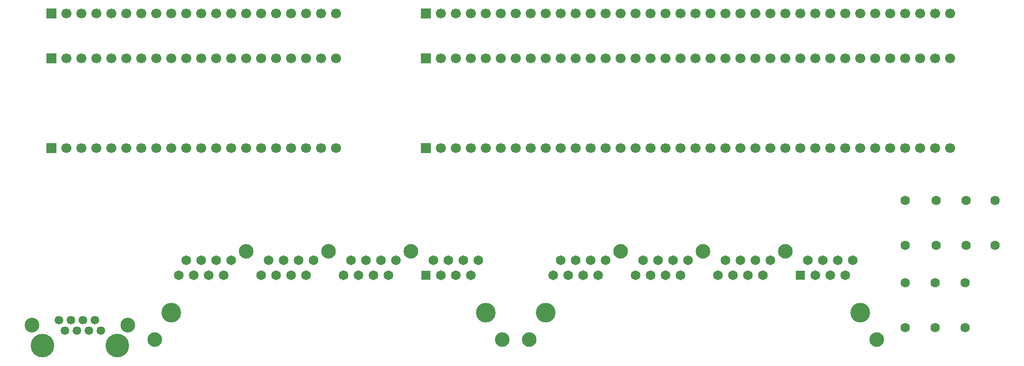
<source format=gts>
%TF.GenerationSoftware,KiCad,Pcbnew,9.0.2*%
%TF.CreationDate,2025-07-06T14:36:24+02:00*%
%TF.ProjectId,HCP65 Component Tester,48435036-3520-4436-9f6d-706f6e656e74,V0*%
%TF.SameCoordinates,Original*%
%TF.FileFunction,Soldermask,Top*%
%TF.FilePolarity,Negative*%
%FSLAX46Y46*%
G04 Gerber Fmt 4.6, Leading zero omitted, Abs format (unit mm)*
G04 Created by KiCad (PCBNEW 9.0.2) date 2025-07-06 14:36:24*
%MOMM*%
%LPD*%
G01*
G04 APERTURE LIST*
%ADD10C,2.475000*%
%ADD11C,1.650000*%
%ADD12R,1.650000X1.650000*%
%ADD13C,3.330000*%
%ADD14C,1.600000*%
%ADD15C,1.700000*%
%ADD16R,1.700000X1.700000*%
%ADD17C,2.500000*%
%ADD18C,1.470000*%
%ADD19C,4.000000*%
G04 APERTURE END LIST*
D10*
%TO.C,J1*%
X76450000Y-55370000D03*
X60960000Y-40390000D03*
X46990000Y-40390000D03*
X33020000Y-40390000D03*
X17530000Y-55370000D03*
D11*
X30480000Y-41910000D03*
X29210000Y-44450000D03*
X27940000Y-41910000D03*
X26670000Y-44450000D03*
X25400000Y-41910000D03*
X24130000Y-44450000D03*
X22860000Y-41910000D03*
X21590000Y-44450000D03*
X44450000Y-41910000D03*
X43180000Y-44450000D03*
X41910000Y-41910000D03*
X40640000Y-44450000D03*
X39370000Y-41910000D03*
X38100000Y-44450000D03*
X36830000Y-41910000D03*
X35560000Y-44450000D03*
X58420000Y-41910000D03*
X57150000Y-44450000D03*
X55880000Y-41910000D03*
X54610000Y-44450000D03*
X53340000Y-41910000D03*
X52070000Y-44450000D03*
X50800000Y-41910000D03*
X49530000Y-44450000D03*
X72390000Y-41910000D03*
X71120000Y-44450000D03*
X69850000Y-41910000D03*
X68580000Y-44450000D03*
X67310000Y-41910000D03*
X66040000Y-44450000D03*
X64770000Y-41910000D03*
D12*
X63500000Y-44450000D03*
D13*
X73660000Y-50800000D03*
X20320000Y-50800000D03*
%TD*%
D10*
%TO.C,J4*%
X139950000Y-55370000D03*
X124460000Y-40390000D03*
X110490000Y-40390000D03*
X96520000Y-40390000D03*
X81030000Y-55370000D03*
D11*
X93980000Y-41910000D03*
X92710000Y-44450000D03*
X91440000Y-41910000D03*
X90170000Y-44450000D03*
X88900000Y-41910000D03*
X87630000Y-44450000D03*
X86360000Y-41910000D03*
X85090000Y-44450000D03*
X107950000Y-41910000D03*
X106680000Y-44450000D03*
X105410000Y-41910000D03*
X104140000Y-44450000D03*
X102870000Y-41910000D03*
X101600000Y-44450000D03*
X100330000Y-41910000D03*
X99060000Y-44450000D03*
X121920000Y-41910000D03*
X120650000Y-44450000D03*
X119380000Y-41910000D03*
X118110000Y-44450000D03*
X116840000Y-41910000D03*
X115570000Y-44450000D03*
X114300000Y-41910000D03*
X113030000Y-44450000D03*
X135890000Y-41910000D03*
X134620000Y-44450000D03*
X133350000Y-41910000D03*
X132080000Y-44450000D03*
X130810000Y-41910000D03*
X129540000Y-44450000D03*
X128270000Y-41910000D03*
D12*
X127000000Y-44450000D03*
D13*
X137160000Y-50800000D03*
X83820000Y-50800000D03*
%TD*%
D14*
%TO.C,R2*%
X150100000Y-31750000D03*
X150100000Y-39370000D03*
%TD*%
%TO.C,R6*%
X144780000Y-45720000D03*
X144780000Y-53340000D03*
%TD*%
%TO.C,R1*%
X144780000Y-31750000D03*
X144780000Y-39370000D03*
%TD*%
%TO.C,R3*%
X155180000Y-31750000D03*
X155180000Y-39370000D03*
%TD*%
D15*
%TO.C,J6*%
X152400000Y-7620000D03*
X149860000Y-7620000D03*
X147320000Y-7620000D03*
X144780000Y-7620000D03*
X142240000Y-7620000D03*
X139700000Y-7620000D03*
X137160000Y-7620000D03*
X134620000Y-7620000D03*
X132080000Y-7620000D03*
X129540000Y-7620000D03*
X127000000Y-7620000D03*
X124460000Y-7620000D03*
X121920000Y-7620000D03*
X119380000Y-7620000D03*
X116840000Y-7620000D03*
X114300000Y-7620000D03*
X111760000Y-7620000D03*
X109220000Y-7620000D03*
X106680000Y-7620000D03*
X104140000Y-7620000D03*
X101600000Y-7620000D03*
X99060000Y-7620000D03*
X96520000Y-7620000D03*
X93980000Y-7620000D03*
X91440000Y-7620000D03*
X88900000Y-7620000D03*
X86360000Y-7620000D03*
X83820000Y-7620000D03*
X81280000Y-7620000D03*
X78740000Y-7620000D03*
X76200000Y-7620000D03*
X73660000Y-7620000D03*
X71120000Y-7620000D03*
X68580000Y-7620000D03*
X66040000Y-7620000D03*
D16*
X63500000Y-7620000D03*
%TD*%
D14*
%TO.C,R9*%
X149860000Y-45720000D03*
X149860000Y-53340000D03*
%TD*%
D15*
%TO.C,J8*%
X48260000Y-22860000D03*
X45720000Y-22860000D03*
X43180000Y-22860000D03*
X40640000Y-22860000D03*
X38100000Y-22860000D03*
X35560000Y-22860000D03*
X33020000Y-22860000D03*
X30480000Y-22860000D03*
X27940000Y-22860000D03*
X25400000Y-22860000D03*
X22860000Y-22860000D03*
X20320000Y-22860000D03*
X17780000Y-22860000D03*
X15240000Y-22860000D03*
X12700000Y-22860000D03*
X10160000Y-22860000D03*
X7620000Y-22860000D03*
X5080000Y-22860000D03*
X2540000Y-22860000D03*
D16*
X0Y-22860000D03*
%TD*%
D15*
%TO.C,J5*%
X152400000Y-22860000D03*
X149860000Y-22860000D03*
X147320000Y-22860000D03*
X144780000Y-22860000D03*
X142240000Y-22860000D03*
X139700000Y-22860000D03*
X137160000Y-22860000D03*
X134620000Y-22860000D03*
X132080000Y-22860000D03*
X129540000Y-22860000D03*
X127000000Y-22860000D03*
X124460000Y-22860000D03*
X121920000Y-22860000D03*
X119380000Y-22860000D03*
X116840000Y-22860000D03*
X114300000Y-22860000D03*
X111760000Y-22860000D03*
X109220000Y-22860000D03*
X106680000Y-22860000D03*
X104140000Y-22860000D03*
X101600000Y-22860000D03*
X99060000Y-22860000D03*
X96520000Y-22860000D03*
X93980000Y-22860000D03*
X91440000Y-22860000D03*
X88900000Y-22860000D03*
X86360000Y-22860000D03*
X83820000Y-22860000D03*
X81280000Y-22860000D03*
X78740000Y-22860000D03*
X76200000Y-22860000D03*
X73660000Y-22860000D03*
X71120000Y-22860000D03*
X68580000Y-22860000D03*
X66040000Y-22860000D03*
D16*
X63500000Y-22860000D03*
%TD*%
D17*
%TO.C,J2*%
X-3304000Y-52958000D03*
X12956000Y-52958000D03*
D18*
X1266000Y-52068000D03*
X2286000Y-53848000D03*
X3306000Y-52068000D03*
X4326000Y-53848000D03*
X5346000Y-52068000D03*
X6366000Y-53848000D03*
X7386000Y-52068000D03*
X8406000Y-53848000D03*
D19*
X11176000Y-56388000D03*
X-1524000Y-56388000D03*
%TD*%
D15*
%TO.C,J7*%
X152400000Y0D03*
X149860000Y0D03*
X147320000Y0D03*
X144780000Y0D03*
X142240000Y0D03*
X139700000Y0D03*
X137160000Y0D03*
X134620000Y0D03*
X132080000Y0D03*
X129540000Y0D03*
X127000000Y0D03*
X124460000Y0D03*
X121920000Y0D03*
X119380000Y0D03*
X116840000Y0D03*
X114300000Y0D03*
X111760000Y0D03*
X109220000Y0D03*
X106680000Y0D03*
X104140000Y0D03*
X101600000Y0D03*
X99060000Y0D03*
X96520000Y0D03*
X93980000Y0D03*
X91440000Y0D03*
X88900000Y0D03*
X86360000Y0D03*
X83820000Y0D03*
X81280000Y0D03*
X78740000Y0D03*
X76200000Y0D03*
X73660000Y0D03*
X71120000Y0D03*
X68580000Y0D03*
X66040000Y0D03*
D16*
X63500000Y0D03*
%TD*%
D15*
%TO.C,J3*%
X48260000Y-7620000D03*
X45720000Y-7620000D03*
X43180000Y-7620000D03*
X40640000Y-7620000D03*
X38100000Y-7620000D03*
X35560000Y-7620000D03*
X33020000Y-7620000D03*
X30480000Y-7620000D03*
X27940000Y-7620000D03*
X25400000Y-7620000D03*
X22860000Y-7620000D03*
X20320000Y-7620000D03*
X17780000Y-7620000D03*
X15240000Y-7620000D03*
X12700000Y-7620000D03*
X10160000Y-7620000D03*
X7620000Y-7620000D03*
X5080000Y-7620000D03*
X2540000Y-7620000D03*
D16*
X0Y-7620000D03*
%TD*%
D14*
%TO.C,R10*%
X154940000Y-45720000D03*
X154940000Y-53340000D03*
%TD*%
D15*
%TO.C,J9*%
X48260000Y0D03*
X45720000Y0D03*
X43180000Y0D03*
X40640000Y0D03*
X38100000Y0D03*
X35560000Y0D03*
X33020000Y0D03*
X30480000Y0D03*
X27940000Y0D03*
X25400000Y0D03*
X22860000Y0D03*
X20320000Y0D03*
X17780000Y0D03*
X15240000Y0D03*
X12700000Y0D03*
X10160000Y0D03*
X7620000Y0D03*
X5080000Y0D03*
X2540000Y0D03*
D16*
X0Y0D03*
%TD*%
D14*
%TO.C,R4*%
X160020000Y-31750000D03*
X160020000Y-39370000D03*
%TD*%
M02*

</source>
